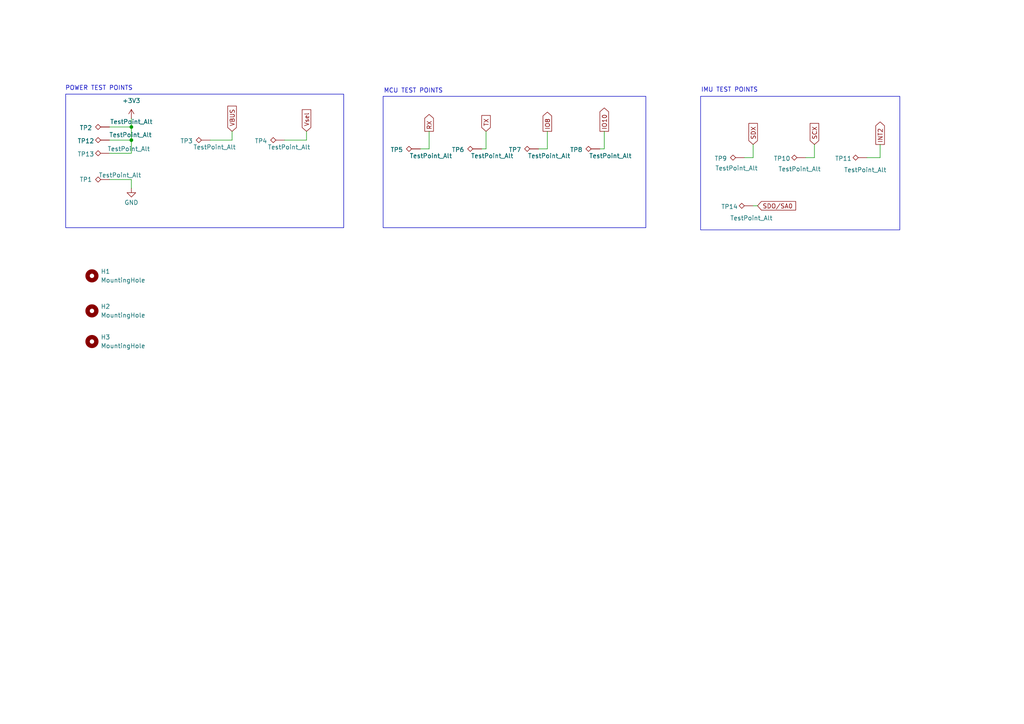
<source format=kicad_sch>
(kicad_sch (version 20250114) (generator "eeschema") (generator_version "9.0")
  (paper "A4")
  (lib_symbols
    (symbol "Connector:TestPoint_Alt" (pin_numbers (hide yes)) (pin_names (offset 0.762) (hide yes))
      (property "Reference" "TP" (at 0 6.858 0))
      (property "Value" "TestPoint_Alt" (at 0 5.08 0))
      (symbol "TestPoint_Alt_0_1"
        (polyline (pts (xy 0 2.54) (xy -0.762 3.302) (xy 0 4.064) (xy 0.762 3.302) (xy 0 2.54)))
      )
      (symbol "TestPoint_Alt_1_1"
        (pin passive line (at 0 0 90) (length 2.54) (name "1") (number "1"))
      )
    )
    (symbol "Mechanical:MountingHole" (pin_names (offset 1.016)) (in_bom no)
      (property "Reference" "H" (at 0 5.08 0))
      (property "Value" "MountingHole" (at 0 3.175 0))
      (symbol "MountingHole_0_1"
        (circle (center 0 0) (radius 1.27) (stroke (width 1.27)))
      )
    )
    (symbol "power:+3V3" (power) (pin_numbers (hide yes)) (pin_names (offset 0) (hide yes))
      (property "Value" "+3V3" (at 0 3.556 0))
      (symbol "+3V3_0_1"
        (polyline (pts (xy -0.762 1.27) (xy 0 2.54)))
        (polyline (pts (xy 0 2.54) (xy 0.762 1.27)))
        (polyline (pts (xy 0 0) (xy 0 2.54)))
      )
      (symbol "+3V3_1_1"
        (pin power_in line (at 0 0 90) (length 0) (name "~") (number "1"))
      )
    )
    (symbol "power:GND" (power) (pin_numbers (hide yes)) (pin_names (offset 0) (hide yes))
      (property "Value" "GND" (at 0 -3.81 0))
      (symbol "GND_0_1"
        (polyline (pts (xy 0 0) (xy 0 -1.27) (xy 1.27 -1.27) (xy 0 -2.54) (xy -1.27 -1.27) (xy 0 -1.27)))
      )
      (symbol "GND_1_1"
        (pin power_in line (at 0 0 270) (length 0) (name "~") (number "1"))
      )
    )
  )
  (rectangle (start 203.2 27.94) (end 260.985 66.675))
  (rectangle (start 111.125 27.94) (end 187.325 66.04))
  (rectangle (start 19.05 27.305) (end 99.695 66.04))
  (text "POWER TEST POINTS" (at 28.702 25.654 0) (effects (font (size 1.27 1.27))))
  (text "IMU TEST POINTS" (at 211.582 26.162 0) (effects (font (size 1.27 1.27))))
  (text "MCU TEST POINTS\n" (at 119.888 26.416 0) (effects (font (size 1.27 1.27))))
  (junction (at 38.1 36.83))
  (junction (at 38.1 40.64))
  (wire (pts (xy 124.46 38.1) (xy 124.46 43.18)))
  (wire (pts (xy 251.46 45.72) (xy 255.27 45.72)))
  (wire (pts (xy 38.1 40.64) (xy 38.1 36.83)))
  (wire (pts (xy 31.75 40.64) (xy 38.1 40.64)))
  (wire (pts (xy 218.44 45.72) (xy 215.9 45.72)))
  (wire (pts (xy 38.1 36.83) (xy 38.1 34.29)))
  (wire (pts (xy 38.1 52.07) (xy 38.1 54.61)))
  (wire (pts (xy 156.21 43.18) (xy 158.75 43.18)))
  (wire (pts (xy 175.26 38.1) (xy 175.26 43.18)))
  (wire (pts (xy 60.96 40.64) (xy 67.31 40.64)))
  (wire (pts (xy 31.75 44.45) (xy 38.1 44.45)))
  (wire (pts (xy 140.97 43.18) (xy 139.7 43.18)))
  (wire (pts (xy 124.46 43.18) (xy 121.92 43.18)))
  (wire (pts (xy 218.44 59.69) (xy 219.71 59.69)))
  (wire (pts (xy 31.75 36.83) (xy 38.1 36.83)))
  (wire (pts (xy 236.22 45.72) (xy 233.68 45.72)))
  (wire (pts (xy 158.75 38.1) (xy 158.75 43.18)))
  (wire (pts (xy 255.27 45.72) (xy 255.27 41.91)))
  (wire (pts (xy 31.75 52.07) (xy 38.1 52.07)))
  (wire (pts (xy 38.1 44.45) (xy 38.1 40.64)))
  (wire (pts (xy 67.31 40.64) (xy 67.31 38.1)))
  (wire (pts (xy 175.26 43.18) (xy 173.99 43.18)))
  (wire (pts (xy 218.44 41.91) (xy 218.44 45.72)))
  (wire (pts (xy 82.55 40.64) (xy 88.9 40.64)))
  (wire (pts (xy 88.9 40.64) (xy 88.9 38.1)))
  (wire (pts (xy 236.22 41.91) (xy 236.22 45.72)))
  (wire (pts (xy 140.97 38.1) (xy 140.97 43.18)))
  (global_label "INT2" (shape output) (at 255.27 41.91 90) (property "Intersheetrefs" "${INTERSHEET_REFS}" (effects (hide yes))))
  (global_label "SDX" (shape input) (at 218.44 41.91 90) (property "Intersheetrefs" "${INTERSHEET_REFS}" (effects (hide yes))))
  (global_label "Vsel" (shape input) (at 88.9 38.1 90) (property "Intersheetrefs" "${INTERSHEET_REFS}" (effects (hide yes))))
  (global_label "RX" (shape output) (at 124.46 38.1 90) (property "Intersheetrefs" "${INTERSHEET_REFS}" (effects (hide yes))))
  (global_label "IO8" (shape output) (at 158.75 38.1 90) (property "Intersheetrefs" "${INTERSHEET_REFS}" (effects (hide yes))))
  (global_label "VBUS" (shape input) (at 67.31 38.1 90) (property "Intersheetrefs" "${INTERSHEET_REFS}" (effects (hide yes))))
  (global_label "SDO{slash}SA0" (shape input) (at 219.71 59.69 0) (property "Intersheetrefs" "${INTERSHEET_REFS}" (effects (hide yes))))
  (global_label "SCX" (shape input) (at 236.22 41.91 90) (property "Intersheetrefs" "${INTERSHEET_REFS}" (effects (hide yes))))
  (global_label "IO10" (shape output) (at 175.26 38.1 90) (property "Intersheetrefs" "${INTERSHEET_REFS}" (effects (hide yes))))
  (global_label "TX" (shape input) (at 140.97 38.1 90) (property "Intersheetrefs" "${INTERSHEET_REFS}" (effects (hide yes))))
  (symbol (lib_id "Connector:TestPoint_Alt") (at 215.9 45.72 90) (unit 1)
    (property "Reference" "TP9" (at 209.042 45.974 90))
    (property "Value" "TestPoint_Alt" (at 213.614 48.768 90))
    (property "Footprint" "TestPoint:TestPoint_Pad_1.0x1.0mm" (effects (hide yes)))
    (property "Description" "test point (alternative shape)" (effects (hide yes)))
  )
  (symbol (lib_id "Connector:TestPoint_Alt") (at 173.99 43.18 90) (unit 1)
    (property "Reference" "TP8" (at 167.132 43.434 90))
    (property "Value" "TestPoint_Alt" (at 177.038 45.212 90))
    (property "Footprint" "TestPoint:TestPoint_Pad_1.0x1.0mm" (effects (hide yes)))
    (property "Description" "test point (alternative shape)" (effects (hide yes)))
  )
  (symbol (lib_id "Connector:TestPoint_Alt") (at 82.55 40.64 90) (unit 1)
    (property "Reference" "TP4" (at 75.692 40.894 90))
    (property "Value" "TestPoint_Alt" (at 83.82 42.672 90))
    (property "Footprint" "TestPoint:TestPoint_Pad_1.0x1.0mm" (effects (hide yes)))
    (property "Description" "test point (alternative shape)" (effects (hide yes)))
  )
  (symbol (lib_id "Connector:TestPoint_Alt") (at 139.7 43.18 90) (unit 1)
    (property "Reference" "TP6" (at 132.842 43.434 90))
    (property "Value" "TestPoint_Alt" (at 142.748 45.212 90))
    (property "Footprint" "TestPoint:TestPoint_Pad_1.0x1.0mm" (effects (hide yes)))
    (property "Description" "test point (alternative shape)" (effects (hide yes)))
  )
  (symbol (lib_id "power:GND") (at 38.1 54.61 0) (unit 1)
    (property "Reference" "#PWR022" (effects (hide yes)))
    (property "Value" "GND" (at 38.1 58.7431 0))
    (property "Description" "Power symbol creates a global label with name \"GND\" , ground" (effects (hide yes)))
  )
  (symbol (lib_id "Connector:TestPoint_Alt") (at 31.75 52.07 90) (unit 1)
    (property "Reference" "TP1" (at 24.892 52.07 90))
    (property "Value" "TestPoint_Alt" (at 34.798 50.8 90))
    (property "Footprint" "TestPoint:TestPoint_Pad_1.0x1.0mm" (effects (hide yes)))
    (property "Description" "test point (alternative shape)" (effects (hide yes)))
  )
  (symbol (lib_id "Connector:TestPoint_Alt") (at 31.75 40.64 90) (unit 1)
    (property "Reference" "TP12" (at 24.892 40.894 90))
    (property "Value" "TestPoint_Alt" (at 37.846 39.116 90))
    (property "Footprint" "TestPoint:TestPoint_Pad_1.0x1.0mm" (effects (hide yes)))
    (property "Description" "test point (alternative shape)" (effects (hide yes)))
  )
  (symbol (lib_id "Connector:TestPoint_Alt") (at 60.96 40.64 90) (unit 1)
    (property "Reference" "TP3" (at 54.102 40.894 90))
    (property "Value" "TestPoint_Alt" (at 62.23 42.672 90))
    (property "Footprint" "TestPoint:TestPoint_Pad_1.0x1.0mm" (effects (hide yes)))
    (property "Description" "test point (alternative shape)" (effects (hide yes)))
  )
  (symbol (lib_id "Connector:TestPoint_Alt") (at 233.68 45.72 90) (unit 1)
    (property "Reference" "TP10" (at 226.822 45.974 90))
    (property "Value" "TestPoint_Alt" (at 231.902 49.022 90))
    (property "Footprint" "TestPoint:TestPoint_Pad_1.0x1.0mm" (effects (hide yes)))
    (property "Description" "test point (alternative shape)" (effects (hide yes)))
  )
  (symbol (lib_id "Connector:TestPoint_Alt") (at 31.75 44.45 90) (unit 1)
    (property "Reference" "TP13" (at 24.892 44.704 90))
    (property "Value" "TestPoint_Alt" (at 37.338 43.18 90))
    (property "Footprint" "TestPoint:TestPoint_Pad_1.0x1.0mm" (effects (hide yes)))
    (property "Description" "test point (alternative shape)" (effects (hide yes)))
  )
  (symbol (lib_id "Mechanical:MountingHole") (at 26.67 99.06 0) (unit 1) (in_bom no)
    (property "Reference" "H3" (at 29.21 97.7899 0) (effects (justify left)))
    (property "Value" "MountingHole" (at 29.21 100.3299 0) (effects (justify left)))
    (property "Footprint" "MountingHole:MountingHole_2.1mm" (effects (hide yes)))
    (property "Description" "Mounting Hole without connection" (effects (hide yes)))
  )
  (symbol (lib_id "Connector:TestPoint_Alt") (at 156.21 43.18 90) (unit 1)
    (property "Reference" "TP7" (at 149.352 43.434 90))
    (property "Value" "TestPoint_Alt" (at 159.258 45.212 90))
    (property "Footprint" "TestPoint:TestPoint_Pad_1.0x1.0mm" (effects (hide yes)))
    (property "Description" "test point (alternative shape)" (effects (hide yes)))
  )
  (symbol (lib_id "power:+3V3") (at 38.1 34.29 0) (unit 1)
    (property "Reference" "#PWR042" (effects (hide yes)))
    (property "Value" "+3V3" (at 38.1 29.21 0))
    (property "Description" "Power symbol creates a global label with name \"+3V3\"" (effects (hide yes)))
  )
  (symbol (lib_id "Connector:TestPoint_Alt") (at 31.75 36.83 90) (unit 1)
    (property "Reference" "TP2" (at 24.892 37.084 90))
    (property "Value" "TestPoint_Alt" (at 38.1 35.306 90))
    (property "Footprint" "TestPoint:TestPoint_Pad_1.0x1.0mm" (effects (hide yes)))
    (property "Description" "test point (alternative shape)" (effects (hide yes)))
  )
  (symbol (lib_id "Connector:TestPoint_Alt") (at 121.92 43.18 90) (unit 1)
    (property "Reference" "TP5" (at 115.062 43.434 90))
    (property "Value" "TestPoint_Alt" (at 124.968 45.212 90))
    (property "Footprint" "TestPoint:TestPoint_Pad_D1.0mm" (effects (hide yes)))
    (property "Description" "test point (alternative shape)" (effects (hide yes)))
  )
  (symbol (lib_id "Mechanical:MountingHole") (at 26.67 80.01 0) (unit 1) (in_bom no)
    (property "Reference" "H1" (at 29.21 78.7399 0) (effects (justify left)))
    (property "Value" "MountingHole" (at 29.21 81.2799 0) (effects (justify left)))
    (property "Footprint" "MountingHole:MountingHole_2.1mm" (effects (hide yes)))
    (property "Description" "Mounting Hole without connection" (effects (hide yes)))
  )
  (symbol (lib_id "Mechanical:MountingHole") (at 26.67 90.17 0) (unit 1) (in_bom no)
    (property "Reference" "H2" (at 29.21 88.8999 0) (effects (justify left)))
    (property "Value" "MountingHole" (at 29.21 91.4399 0) (effects (justify left)))
    (property "Footprint" "MountingHole:MountingHole_2.1mm" (effects (hide yes)))
    (property "Description" "Mounting Hole without connection" (effects (hide yes)))
  )
  (symbol (lib_id "Connector:TestPoint_Alt") (at 218.44 59.69 90) (unit 1)
    (property "Reference" "TP14" (at 211.582 59.944 90))
    (property "Value" "TestPoint_Alt" (at 217.932 63.246 90))
    (property "Footprint" "TestPoint:TestPoint_Pad_1.0x1.0mm" (effects (hide yes)))
    (property "Description" "test point (alternative shape)" (effects (hide yes)))
  )
  (symbol (lib_id "Connector:TestPoint_Alt") (at 251.46 45.72 90) (unit 1)
    (property "Reference" "TP11" (at 244.602 45.974 90))
    (property "Value" "TestPoint_Alt" (at 250.952 49.276 90))
    (property "Footprint" "TestPoint:TestPoint_Pad_1.0x1.0mm" (effects (hide yes)))
    (property "Description" "test point (alternative shape)" (effects (hide yes)))
  )
)
</source>
